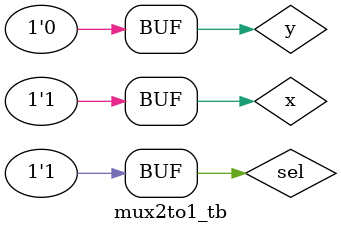
<source format=sv>
module mux2to1_tb;

	logic		x;
	logic		y;
	logic		sel;
	logic		out;
	
	mux2to1 dut
	(
		.x (x),
		.y (y),
		.sel (sel),
		.out (out)
	);
	
	initial begin
		#10;
		x <= 1'b1;
		y <= 1'b0;
		sel <= 1'b0;
		#10;
		sel <= 1'b1;
		#10;
	end

endmodule

</source>
